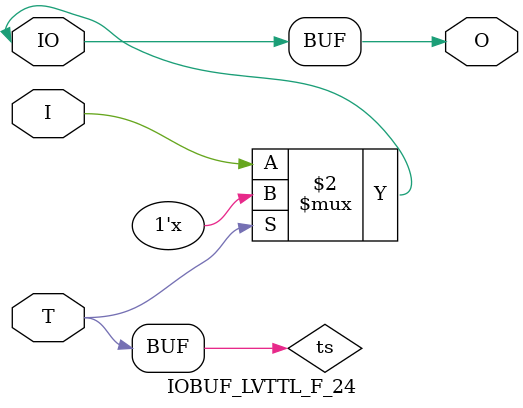
<source format=v>

/*

FUNCTION	: INPUT TRI-STATE OUTPUT BUFFER

*/

`celldefine
`timescale  100 ps / 10 ps

module IOBUF_LVTTL_F_24 (O, IO, I, T);

    output O;

    inout  IO;

    input  I, T;

    or O1 (ts, 1'b0, T);
    bufif0 T1 (IO, I, ts);

    buf B1 (O, IO);

endmodule

</source>
